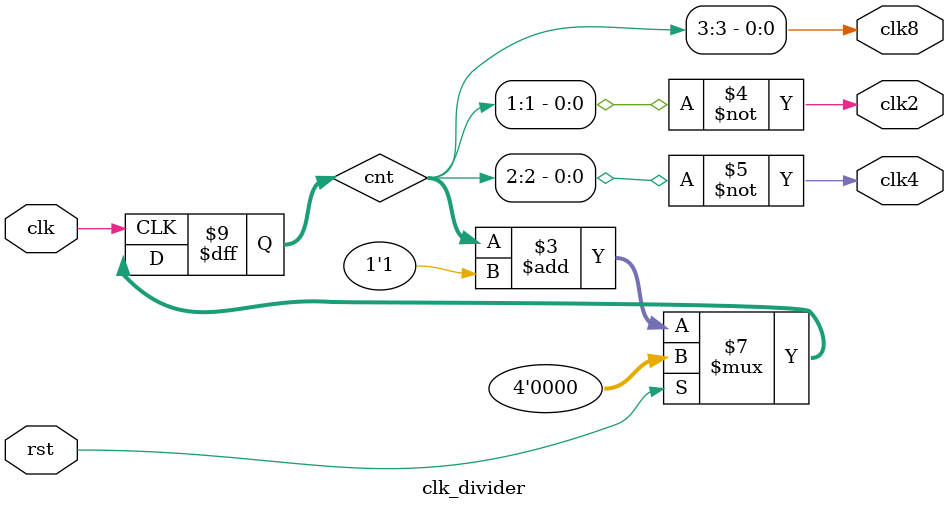
<source format=v>


module clk_divider (
    input clk,
    input rst,
    output clk2,
    output clk4,
    output clk8
);

   reg [3:0] cnt;

    always @ (posedge clk) begin
        if (rst == 1'b1)
            cnt <= 4'b0;
        else
            cnt <= cnt + 1'b1;
    end

    assign clk2 = ~cnt[1];
    assign clk4 = ~cnt[2];
    assign clk8 = cnt[3];

endmodule

</source>
